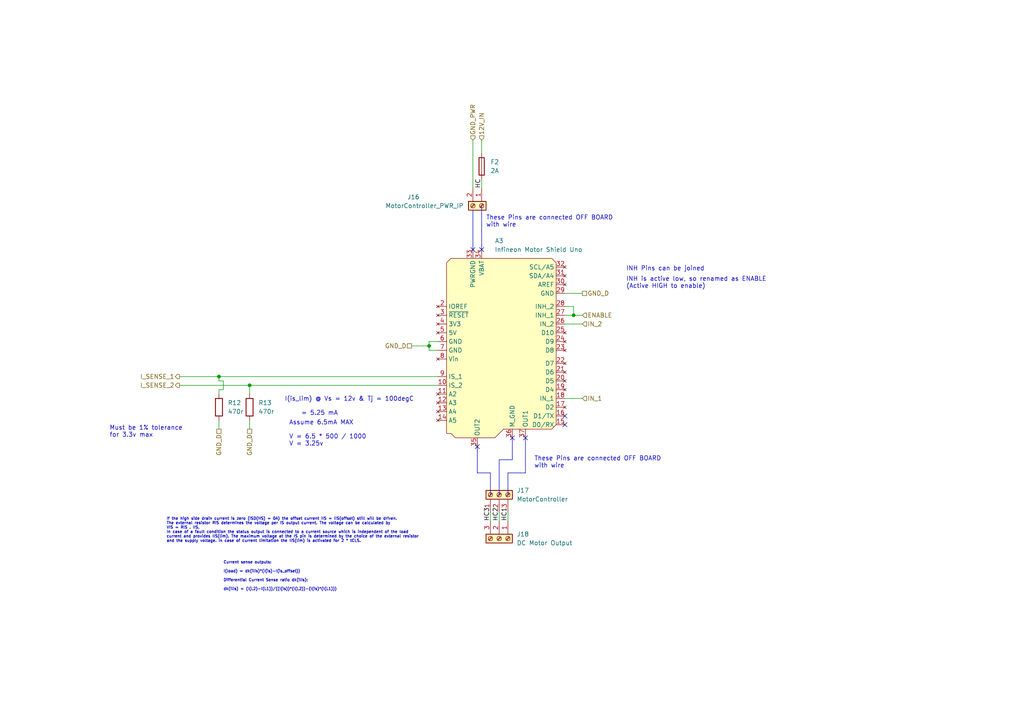
<source format=kicad_sch>
(kicad_sch (version 20230121) (generator eeschema)
  (paper "A4")
  (lib_symbols
    (symbol "000_Modules_Immo:Infineon Motor Shield Uno"
      (property "Reference" "A" (at 20.32 34.29 0))
      (property "Value" "Infineon Motor Shield Uno" (at 20.32 33.02 0))
      (symbol "Infineon Motor Shield Uno_0_1"
        (polyline (pts (xy -17.78 26.67) (xy -17.78 -22.86) (xy -16.51 -22.86) (xy -15.24 -24.13) (xy -3.81 -24.13) (xy -1.27 -21.59) (xy 12.7 -21.59) (xy 13.97 -20.32) (xy 13.97 26.67) (xy 12.7 27.94) (xy -16.51 27.94) (xy -17.78 26.67)) (fill (type background)))
      )
      (symbol "Infineon Motor Shield Uno_1_1"
        (pin no_connect line (at -20.32 16.51 0) (length 2.54) hide (name "NC") (number "1"))
        (pin input line (at -20.32 -8.89 0) (length 2.54) (name "IS_2") (number "10"))
        (pin no_connect line (at -20.32 -11.43 0) (length 2.54) (name "A2") (number "11"))
        (pin no_connect line (at -20.32 -13.97 0) (length 2.54) (name "A3") (number "12"))
        (pin no_connect line (at -20.32 -16.51 0) (length 2.54) (name "A4") (number "13"))
        (pin no_connect line (at -20.32 -19.05 0) (length 2.54) (name "A5") (number "14"))
        (pin bidirectional line (at 16.51 -20.32 180) (length 2.54) (name "D0/RX") (number "15"))
        (pin bidirectional line (at 16.51 -17.78 180) (length 2.54) (name "D1/TX") (number "16"))
        (pin no_connect line (at 16.51 -15.24 180) (length 2.54) (name "D2") (number "17"))
        (pin bidirectional line (at 16.51 -12.7 180) (length 2.54) (name "IN_1") (number "18"))
        (pin no_connect line (at 16.51 -10.16 180) (length 2.54) (name "D4") (number "19"))
        (pin no_connect line (at -20.32 13.97 0) (length 2.54) (name "IOREF") (number "2"))
        (pin no_connect line (at 16.51 -7.62 180) (length 2.54) (name "D5") (number "20"))
        (pin no_connect line (at 16.51 -5.08 180) (length 2.54) (name "D6") (number "21"))
        (pin no_connect line (at 16.51 -2.54 180) (length 2.54) (name "D7") (number "22"))
        (pin no_connect line (at 16.51 1.27 180) (length 2.54) (name "D8") (number "23"))
        (pin no_connect line (at 16.51 3.81 180) (length 2.54) (name "D9") (number "24"))
        (pin no_connect line (at 16.51 6.35 180) (length 2.54) (name "D10") (number "25"))
        (pin input line (at 16.51 8.89 180) (length 2.54) (name "IN_2") (number "26"))
        (pin input line (at 16.51 11.43 180) (length 2.54) (name "INH_1") (number "27"))
        (pin input line (at 16.51 13.97 180) (length 2.54) (name "INH_2") (number "28"))
        (pin power_in line (at 16.51 17.78 180) (length 2.54) (name "GND") (number "29"))
        (pin no_connect line (at -20.32 11.43 0) (length 2.54) (name "~{RESET}") (number "3"))
        (pin no_connect line (at 16.51 20.32 180) (length 2.54) (name "AREF") (number "30"))
        (pin no_connect line (at 16.51 22.86 180) (length 2.54) (name "SDA/A4") (number "31"))
        (pin no_connect line (at 16.51 25.4 180) (length 2.54) (name "SCL/A5") (number "32"))
        (pin power_in line (at -10.16 30.48 270) (length 2.54) (name "PWRGND") (number "33"))
        (pin power_in line (at -7.62 30.48 270) (length 2.54) (name "VBAT") (number "34"))
        (pin output line (at -8.89 -26.67 90) (length 2.54) (name "OUT2") (number "35"))
        (pin power_in line (at 1.27 -24.13 90) (length 2.54) (name "M_GND") (number "36"))
        (pin output line (at 5.08 -24.13 90) (length 2.54) (name "OUT1") (number "37"))
        (pin no_connect line (at -20.32 8.89 0) (length 2.54) (name "3V3") (number "4"))
        (pin no_connect line (at -20.32 6.35 0) (length 2.54) (name "5V") (number "5"))
        (pin power_in line (at -20.32 3.81 0) (length 2.54) (name "GND") (number "6"))
        (pin power_in line (at -20.32 1.27 0) (length 2.54) (name "GND") (number "7"))
        (pin no_connect line (at -20.32 -1.27 0) (length 2.54) (name "Vin") (number "8"))
        (pin input line (at -20.32 -6.35 0) (length 2.54) (name "IS_1") (number "9"))
      )
    )
    (symbol "000_Protection_Immo:Fuse" (pin_numbers hide) (pin_names (offset 0))
      (property "Reference" "F" (at 2.032 0 90))
      (property "Value" "Fuse" (at -1.905 0 90))
      (symbol "Fuse_0_1"
        (rectangle (start -0.762 -2.54) (end 0.762 2.54) (stroke (width 0.254)))
        (polyline (pts (xy 0 2.54) (xy 0 -2.54)))
      )
      (symbol "Fuse_1_1"
        (pin passive line (at 0 3.81 270) (length 1.27) (name "~") (number "1"))
        (pin passive line (at 0 -3.81 90) (length 1.27) (name "~") (number "2"))
      )
    )
    (symbol "000_Resistors_Immo:Resistor_0805" (pin_numbers hide) (pin_names (offset 0))
      (property "Reference" "R?" (at -2.54 3.81 0))
      (property "Value" "Resistor_0805" (at -5.08 2.54 0))
      (symbol "Resistor_0805_0_1"
        (rectangle (start 2.54 -1.016) (end -2.54 1.016) (stroke (width 0.254)))
      )
      (symbol "Resistor_0805_1_1"
        (pin passive line (at -3.81 0 0) (length 1.27) (name "~") (number "1"))
        (pin passive line (at 3.81 0 180) (length 1.27) (name "~") (number "2"))
      )
    )
    (symbol "Connector:Screw_Terminal_01x02" (pin_names (offset 1.016) hide)
      (property "Reference" "J" (at 0 2.54 0))
      (property "Value" "Screw_Terminal_01x02" (at 0 -5.08 0))
      (symbol "Screw_Terminal_01x02_1_1"
        (rectangle (start -1.27 1.27) (end 1.27 -3.81) (stroke (width 0.254)) (fill (type background)))
        (circle (center 0 -2.54) (radius 0.635) (stroke (width 0.1524)))
        (polyline (pts (xy -0.5334 -2.2098) (xy 0.3302 -3.048)) (stroke (width 0.1524)))
        (polyline (pts (xy -0.5334 0.3302) (xy 0.3302 -0.508)) (stroke (width 0.1524)))
        (polyline (pts (xy -0.3556 -2.032) (xy 0.508 -2.8702)) (stroke (width 0.1524)))
        (polyline (pts (xy -0.3556 0.508) (xy 0.508 -0.3302)) (stroke (width 0.1524)))
        (circle (center 0 0) (radius 0.635) (stroke (width 0.1524)))
        (pin passive line (at -5.08 0 0) (length 3.81) (name "Pin_1") (number "1"))
        (pin passive line (at -5.08 -2.54 0) (length 3.81) (name "Pin_2") (number "2"))
      )
    )
    (symbol "Connector:Screw_Terminal_01x03" (pin_names (offset 1.016) hide)
      (property "Reference" "J" (at 0 5.08 0))
      (property "Value" "Screw_Terminal_01x03" (at 0 -5.08 0))
      (symbol "Screw_Terminal_01x03_1_1"
        (rectangle (start -1.27 3.81) (end 1.27 -3.81) (stroke (width 0.254)) (fill (type background)))
        (circle (center 0 -2.54) (radius 0.635) (stroke (width 0.1524)))
        (polyline (pts (xy -0.5334 -2.2098) (xy 0.3302 -3.048)) (stroke (width 0.1524)))
        (polyline (pts (xy -0.5334 0.3302) (xy 0.3302 -0.508)) (stroke (width 0.1524)))
        (polyline (pts (xy -0.5334 2.8702) (xy 0.3302 2.032)) (stroke (width 0.1524)))
        (polyline (pts (xy -0.3556 -2.032) (xy 0.508 -2.8702)) (stroke (width 0.1524)))
        (polyline (pts (xy -0.3556 0.508) (xy 0.508 -0.3302)) (stroke (width 0.1524)))
        (polyline (pts (xy -0.3556 3.048) (xy 0.508 2.2098)) (stroke (width 0.1524)))
        (circle (center 0 0) (radius 0.635) (stroke (width 0.1524)))
        (circle (center 0 2.54) (radius 0.635) (stroke (width 0.1524)))
        (pin passive line (at -5.08 2.54 0) (length 3.81) (name "Pin_1") (number "1"))
        (pin passive line (at -5.08 0 0) (length 3.81) (name "Pin_2") (number "2"))
        (pin passive line (at -5.08 -2.54 0) (length 3.81) (name "Pin_3") (number "3"))
      )
    )
  )
  (junction (at 166.37 91.44))
  (junction (at 72.39 111.76))
  (junction (at 124.46 100.33))
  (junction (at 63.5 109.22))
  (no_connect (at 152.4 127))
  (no_connect (at 148.59 127))
  (no_connect (at 137.16 72.39))
  (no_connect (at 139.7 72.39))
  (no_connect (at 138.43 129.54))
  (no_connect (at 163.83 120.65))
  (no_connect (at 163.83 123.19))
  (wire (pts (xy 137.16 40.64) (xy 137.16 54.61)))
  (polyline (pts (xy 138.43 137.16) (xy 142.24 137.16)))
  (wire (pts (xy 166.37 88.9) (xy 166.37 91.44)))
  (wire (pts (xy 72.39 111.76) (xy 72.39 114.3)))
  (polyline (pts (xy 148.59 133.35) (xy 144.78 133.35)))
  (wire (pts (xy 147.32 148.59) (xy 147.32 151.13)))
  (wire (pts (xy 63.5 109.22) (xy 127 109.22)))
  (wire (pts (xy 63.5 113.03) (xy 64.77 113.03)))
  (polyline (pts (xy 148.59 127) (xy 148.59 133.35)))
  (wire (pts (xy 163.83 115.57) (xy 168.91 115.57)))
  (wire (pts (xy 119.38 100.33) (xy 124.46 100.33)))
  (wire (pts (xy 127 101.6) (xy 124.46 101.6)))
  (wire (pts (xy 163.83 88.9) (xy 166.37 88.9)))
  (wire (pts (xy 144.78 148.59) (xy 144.78 151.13)))
  (wire (pts (xy 163.83 91.44) (xy 166.37 91.44)))
  (polyline (pts (xy 138.43 129.54) (xy 138.43 137.16)))
  (polyline (pts (xy 137.16 60.96) (xy 137.16 72.39)))
  (polyline (pts (xy 144.78 133.35) (xy 144.78 143.51)))
  (wire (pts (xy 72.39 111.76) (xy 127 111.76)))
  (wire (pts (xy 142.24 148.59) (xy 142.24 151.13)))
  (wire (pts (xy 63.5 110.49) (xy 64.77 110.49)))
  (wire (pts (xy 72.39 121.92) (xy 72.39 124.46)))
  (wire (pts (xy 63.5 113.03) (xy 63.5 114.3)))
  (wire (pts (xy 166.37 91.44) (xy 168.91 91.44)))
  (wire (pts (xy 63.5 109.22) (xy 63.5 110.49)))
  (wire (pts (xy 52.07 109.22) (xy 63.5 109.22)))
  (wire (pts (xy 168.91 85.09) (xy 163.83 85.09)))
  (polyline (pts (xy 152.4 127) (xy 152.4 137.16)))
  (wire (pts (xy 124.46 99.06) (xy 127 99.06)))
  (wire (pts (xy 64.77 113.03) (xy 64.77 110.49)))
  (wire (pts (xy 139.7 52.07) (xy 139.7 54.61)))
  (wire (pts (xy 124.46 101.6) (xy 124.46 100.33)))
  (polyline (pts (xy 147.32 137.16) (xy 147.32 143.51)))
  (wire (pts (xy 63.5 121.92) (xy 63.5 124.46)))
  (polyline (pts (xy 142.24 137.16) (xy 142.24 143.51)))
  (wire (pts (xy 52.07 111.76) (xy 72.39 111.76)))
  (polyline (pts (xy 139.7 59.69) (xy 139.7 72.39)))
  (wire (pts (xy 124.46 100.33) (xy 124.46 99.06)))
  (polyline (pts (xy 152.4 137.16) (xy 147.32 137.16)))
  (wire (pts (xy 163.83 93.98) (xy 168.91 93.98)))
  (wire (pts (xy 139.7 40.64) (xy 139.7 44.45)))
  (text "If the high side drain current is zero (ISD(HS) = 0A) the offset current IIS = IIS(offset) still will be driven.\nThe external resistor RIS determines the voltage per IS output current. The voltage can be calculated by\nVIS = RIS . IIS.\nIn case of a fault condition the status output is connected to a current source which is independent of the load\ncurrent and provides IIS(lim). The maximum voltage at the IS pin is determined by the choice of the external resistor\nand the supply voltage. In case of current limitation the IIS(lim) is activated for 2 * tCLS." (at 48.26 157.48 0) (effects (font (size 0.8 0.8)) (justify left bottom)))
  (text "Current sense outputs:\n\nI(load) = dk(ilis)*(I(is)-I(is_offset))\n\nDifferential Current Sense ratio dk(ilis):\n\ndk(ilis) = (I(L2)-I(L1))/((I(is))*(I(L2))-(I(is)*(I(L1)))" (at 64.77 171.45 0) (effects (font (size 0.8 0.8)) (justify left bottom)))
  (text "Assume 6.5mA MAX\n\nV = 6.5 * 500 / 1000\nV = 3.25v" (at 83.82 129.54 0) (effects (font (size 1.27 1.27)) (justify left bottom)))
  (text "These Pins are connected OFF BOARD\nwith wire" (at 154.94 135.89 0) (effects (font (size 1.27 1.27)) (justify left bottom)))
  (text "Must be 1% tolerance\nfor 3.3v max" (at 31.75 127 0) (effects (font (size 1.27 1.27)) (justify left bottom)))
  (text "INH is active low, so renamed as ENABLE \n(Active HIGH to enable)" (at 181.61 83.82 0) (effects (font (size 1.27 1.27)) (justify left bottom)))
  (text "I(is_lim) @ Vs = 12v & Tj = 100degC\n\n	= 5.25 mA" (at 82.55 120.65 0) (effects (font (size 1.27 1.27)) (justify left bottom)))
  (text "These Pins are connected OFF BOARD\nwith wire" (at 140.97 66.04 0) (effects (font (size 1.27 1.27)) (justify left bottom)))
  (text "INH Pins can be joined" (at 181.61 78.74 0) (effects (font (size 1.27 1.27)) (justify left bottom)))
  (label "HC1" (at 147.32 151.13 90))
  (label "HC3" (at 142.24 151.13 90))
  (label "HC" (at 139.7 54.61 90))
  (label "HC2" (at 144.78 151.13 90))
  (hierarchical_label "IN_1" (shape input) (at 168.91 115.57 0))
  (hierarchical_label "GND_D" (shape passive) (at 119.38 100.33 180))
  (hierarchical_label "I_SENSE_2" (shape output) (at 52.07 111.76 180))
  (hierarchical_label "ENABLE" (shape input) (at 168.91 91.44 0))
  (hierarchical_label "IN_2" (shape input) (at 168.91 93.98 0))
  (hierarchical_label "GND_D" (shape passive) (at 168.91 85.09 0))
  (hierarchical_label "GND_D" (shape passive) (at 63.5 124.46 270))
  (hierarchical_label "12V_IN" (shape input) (at 139.7 40.64 90))
  (hierarchical_label "GND_PWR" (shape input) (at 137.16 40.64 90))
  (hierarchical_label "GND_D" (shape passive) (at 72.39 124.46 270))
  (hierarchical_label "I_SENSE_1" (shape output) (at 52.07 109.22 180))
  (symbol (lib_id "000_Modules_Immo:Infineon Motor Shield Uno") (at 147.32 102.87 0) (unit 1)
    (property "Reference" "A3" (at 144.78 69.85 0))
    (property "Value" "Infineon Motor Shield Uno" (at 156.21 72.39 0))
    (property "Footprint" "Module:Infineon Motor Sheild hiddenPins" (effects hide))
    (property "Datasheet" "https://docs.rs-online.com/91cb/0900766b81490d99.pdf" (effects hide))
  )
  (symbol (lib_id "000_Resistors_Immo:Resistor_0805") (at 63.5 118.11 90) (unit 1)
    (property "Reference" "R12" (at 66.04 116.8399 90) (effects (justify right)))
    (property "Value" "470r" (at 66.04 119.3799 90) (effects (justify right)))
    (property "Footprint" "Resistor_SMD:R_0805_2012Metric_Pad1.20x1.40mm_HandSolder" (effects hide))
  )
  (symbol (lib_id "Connector:Screw_Terminal_01x03") (at 144.78 143.51 90) (unit 1)
    (property "Reference" "J17" (at 149.86 142.2399 90) (effects (justify right)))
    (property "Value" "MotorController" (at 149.86 144.7799 90) (effects (justify right)))
    (property "Footprint" "TerminalBlock:TerminalBlock_Altech_AK300-3_P5.00mm" (effects hide))
  )
  (symbol (lib_id "000_Resistors_Immo:Resistor_0805") (at 72.39 118.11 90) (unit 1)
    (property "Reference" "R13" (at 74.93 116.8399 90) (effects (justify right)))
    (property "Value" "470r" (at 74.93 119.3799 90) (effects (justify right)))
    (property "Footprint" "Resistor_SMD:R_0805_2012Metric_Pad1.20x1.40mm_HandSolder" (effects hide))
  )
  (symbol (lib_id "Connector:Screw_Terminal_01x02") (at 139.7 59.69 270) (unit 1)
    (property "Reference" "J16" (at 118.11 57.15 90) (effects (justify left)))
    (property "Value" "MotorController_PWR_IP" (at 111.76 59.69 90) (effects (justify left)))
    (property "Footprint" "TerminalBlock:TerminalBlock_Altech_AK300-2_P5.00mm" (effects hide))
  )
  (symbol (lib_id "Connector:Screw_Terminal_01x03") (at 144.78 156.21 270) (unit 1)
    (property "Reference" "J18" (at 149.86 154.9399 90) (effects (justify left)))
    (property "Value" "DC Motor Output" (at 149.86 157.48 90) (effects (justify left)))
    (property "Footprint" "TerminalBlock:TerminalBlock_Altech_AK300-3_P5.00mm" (effects hide))
  )
  (symbol (lib_id "000_Protection_Immo:Fuse") (at 139.7 48.26 0) (unit 1)
    (property "Reference" "F2" (at 142.24 46.9899 0) (effects (justify left)))
    (property "Value" "2A" (at 142.24 49.5299 0) (effects (justify left)))
    (property "Footprint" "Fuse:Fuseholder_Cylinder-5x20mm_Stelvio-Kontek_PTF78_Horizontal_Open" (effects hide))
  )
)
</source>
